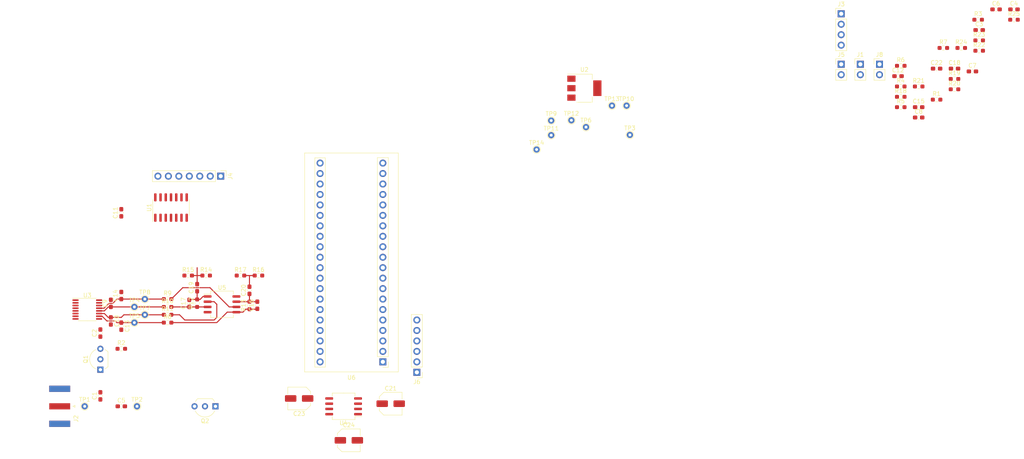
<source format=kicad_pcb>
(kicad_pcb (version 20211014) (generator pcbnew)

  (general
    (thickness 1.6)
  )

  (paper "A4")
  (layers
    (0 "F.Cu" signal)
    (31 "B.Cu" signal)
    (32 "B.Adhes" user "B.Adhesive")
    (33 "F.Adhes" user "F.Adhesive")
    (34 "B.Paste" user)
    (35 "F.Paste" user)
    (36 "B.SilkS" user "B.Silkscreen")
    (37 "F.SilkS" user "F.Silkscreen")
    (38 "B.Mask" user)
    (39 "F.Mask" user)
    (40 "Dwgs.User" user "User.Drawings")
    (41 "Cmts.User" user "User.Comments")
    (42 "Eco1.User" user "User.Eco1")
    (43 "Eco2.User" user "User.Eco2")
    (44 "Edge.Cuts" user)
    (45 "Margin" user)
    (46 "B.CrtYd" user "B.Courtyard")
    (47 "F.CrtYd" user "F.Courtyard")
    (48 "B.Fab" user)
    (49 "F.Fab" user)
    (50 "User.1" user)
    (51 "User.2" user)
    (52 "User.3" user)
    (53 "User.4" user)
    (54 "User.5" user)
    (55 "User.6" user)
    (56 "User.7" user)
    (57 "User.8" user)
    (58 "User.9" user)
  )

  (setup
    (pad_to_mask_clearance 0)
    (pcbplotparams
      (layerselection 0x00010fc_ffffffff)
      (disableapertmacros false)
      (usegerberextensions false)
      (usegerberattributes true)
      (usegerberadvancedattributes true)
      (creategerberjobfile true)
      (svguseinch false)
      (svgprecision 6)
      (excludeedgelayer true)
      (plotframeref false)
      (viasonmask false)
      (mode 1)
      (useauxorigin false)
      (hpglpennumber 1)
      (hpglpenspeed 20)
      (hpglpendiameter 15.000000)
      (dxfpolygonmode true)
      (dxfimperialunits true)
      (dxfusepcbnewfont true)
      (psnegative false)
      (psa4output false)
      (plotreference true)
      (plotvalue true)
      (plotinvisibletext false)
      (sketchpadsonfab false)
      (subtractmaskfromsilk false)
      (outputformat 1)
      (mirror false)
      (drillshape 1)
      (scaleselection 1)
      (outputdirectory "")
    )
  )

  (net 0 "")
  (net 1 "Net-(C1-Pad2)")
  (net 2 "Net-(Q1-Pad2)")
  (net 3 "Net-(C2-Pad1)")
  (net 4 "GND")
  (net 5 "Net-(Q2-Pad2)")
  (net 6 "Net-(L1-Pad2)")
  (net 7 "RF")
  (net 8 "Net-(C5-Pad2)")
  (net 9 "Net-(C9-Pad1)")
  (net 10 "Net-(C13-Pad1)")
  (net 11 "Net-(R7-Pad2)")
  (net 12 "Net-(C10-Pad1)")
  (net 13 "Net-(C14-Pad1)")
  (net 14 "ADC_Q")
  (net 15 "ADC_I")
  (net 16 "Net-(C21-Pad1)")
  (net 17 "A_OUT")
  (net 18 "ADC_MIC")
  (net 19 "Net-(J8-Pad1)")
  (net 20 "CLK0")
  (net 21 "Net-(U1-Pad2)")
  (net 22 "CLK1")
  (net 23 "Net-(U1-Pad4)")
  (net 24 "Net-(U1-Pad5)")
  (net 25 "Net-(U1-Pad11)")
  (net 26 "BIAS_PWM")
  (net 27 "+5V")
  (net 28 "+12V")
  (net 29 "unconnected-(U3-Pad3)")
  (net 30 "unconnected-(U3-Pad4)")
  (net 31 "unconnected-(U3-Pad5)")
  (net 32 "unconnected-(U3-Pad6)")
  (net 33 "unconnected-(U3-Pad7)")
  (net 34 "Net-(C2-Pad2)")
  (net 35 "Net-(C24-Pad2)")
  (net 36 "Net-(R20-Pad1)")
  (net 37 "Net-(C23-Pad1)")
  (net 38 "Net-(R22-Pad1)")
  (net 39 "Net-(C17-Pad2)")
  (net 40 "Net-(R11-Pad2)")
  (net 41 "Net-(C17-Pad1)")
  (net 42 "SDA_PLL")
  (net 43 "SCL_PLL")
  (net 44 "RX_EN")
  (net 45 "unconnected-(U6-Pad7)")
  (net 46 "unconnected-(U6-Pad11)")
  (net 47 "unconnected-(U6-Pad12)")
  (net 48 "SDA_DISP")
  (net 49 "SCL_DISP")
  (net 50 "unconnected-(U6-Pad21)")
  (net 51 "unconnected-(U6-Pad22)")
  (net 52 "unconnected-(U6-Pad30)")
  (net 53 "+3.3V")
  (net 54 "unconnected-(U6-Pad37)")
  (net 55 "Net-(J6-Pad3)")
  (net 56 "Net-(C16-Pad1)")
  (net 57 "Net-(R9-Pad2)")
  (net 58 "Net-(C16-Pad2)")
  (net 59 "Net-(C4-Pad1)")
  (net 60 "Net-(C11-Pad1)")
  (net 61 "Net-(C21-Pad2)")
  (net 62 "CLK2")
  (net 63 "Net-(J6-Pad2)")
  (net 64 "Net-(J6-Pad4)")
  (net 65 "Net-(J6-Pad5)")
  (net 66 "unconnected-(U6-Pad5)")
  (net 67 "unconnected-(U6-Pad6)")
  (net 68 "unconnected-(U6-Pad34)")
  (net 69 "unconnected-(U6-Pad33)")
  (net 70 "unconnected-(U6-Pad8)")
  (net 71 "unconnected-(U6-Pad32)")
  (net 72 "unconnected-(U6-Pad9)")
  (net 73 "unconnected-(U6-Pad10)")
  (net 74 "unconnected-(U6-Pad28)")
  (net 75 "unconnected-(U6-Pad27)")
  (net 76 "unconnected-(U6-Pad24)")
  (net 77 "unconnected-(U6-Pad17)")
  (net 78 "unconnected-(U6-Pad23)")

  (footprint "Capacitor_SMD:C_0603_1608Metric_Pad1.08x0.95mm_HandSolder" (layer "F.Cu") (at 63.5 115.57 90))

  (footprint "TestPoint:TestPoint_THTPad_D1.5mm_Drill0.7mm" (layer "F.Cu") (at 187.705 45.115))

  (footprint "TestPoint:TestPoint_THTPad_D1.5mm_Drill0.7mm" (layer "F.Cu") (at 172.955 52.285))

  (footprint "Resistor_SMD:R_0603_1608Metric_Pad0.98x0.95mm_HandSolder" (layer "F.Cu") (at 79.815 92.075))

  (footprint "Capacitor_SMD:C_0603_1608Metric_Pad1.08x0.95mm_HandSolder" (layer "F.Cu") (at 275.22 36.8))

  (footprint "Resistor_SMD:R_0603_1608Metric_Pad0.98x0.95mm_HandSolder" (layer "F.Cu") (at 86.995 93.0675 90))

  (footprint "Resistor_SMD:R_0603_1608Metric_Pad0.98x0.95mm_HandSolder" (layer "F.Cu") (at 101.8775 86.36))

  (footprint "Resistor_SMD:R_0603_1608Metric_Pad0.98x0.95mm_HandSolder" (layer "F.Cu") (at 257.82 42.97))

  (footprint "Connector_PinHeader_2.54mm:PinHeader_1x07_P2.54mm_Vertical" (layer "F.Cu") (at 92.71 62.23 -90))

  (footprint "Resistor_SMD:R_0603_1608Metric_Pad0.98x0.95mm_HandSolder" (layer "F.Cu") (at 68.58 104.14))

  (footprint "Package_SO:SO-8_5.3x6.2mm_P1.27mm" (layer "F.Cu") (at 93.0275 93.345))

  (footprint "Connector_Coaxial:SMA_Amphenol_132289_EdgeMount" (layer "F.Cu") (at 53.6225 118.11 180))

  (footprint "TestPoint:TestPoint_THTPad_D1.5mm_Drill0.7mm" (layer "F.Cu") (at 74.295 95.885))

  (footprint "Capacitor_SMD:C_0603_1608Metric_Pad1.08x0.95mm_HandSolder" (layer "F.Cu") (at 262.17 45.48))

  (footprint "TestPoint:TestPoint_THTPad_D1.5mm_Drill0.7mm" (layer "F.Cu") (at 59.69 118.11))

  (footprint "Capacitor_SMD:C_0603_1608Metric_Pad1.08x0.95mm_HandSolder" (layer "F.Cu") (at 68.58 91.2125 90))

  (footprint "Package_TO_SOT_THT:TO-92_Inline_Wide" (layer "F.Cu") (at 91.44 118.11 180))

  (footprint "Resistor_SMD:R_0603_1608Metric_Pad0.98x0.95mm_HandSolder" (layer "F.Cu") (at 257.82 45.48))

  (footprint "Capacitor_SMD:C_0603_1608Metric_Pad1.08x0.95mm_HandSolder" (layer "F.Cu") (at 276.86 26.76))

  (footprint "Package_TO_SOT_THT:TO-92_Inline_Wide" (layer "F.Cu") (at 63.5 109.22 90))

  (footprint "Resistor_SMD:R_0603_1608Metric_Pad0.98x0.95mm_HandSolder" (layer "F.Cu") (at 79.815 97.79))

  (footprint "TestPoint:TestPoint_THTPad_D1.5mm_Drill0.7mm" (layer "F.Cu") (at 74.295 92.075))

  (footprint "Connector_PinHeader_2.54mm:PinHeader_1x06_P2.54mm_Vertical" (layer "F.Cu") (at 140.335 109.855 180))

  (footprint "TestPoint:TestPoint_THTPad_D1.5mm_Drill0.7mm" (layer "F.Cu") (at 181.405 50.325))

  (footprint "TestPoint:TestPoint_THTPad_D1.5mm_Drill0.7mm" (layer "F.Cu") (at 169.405 55.765))

  (footprint "Resistor_SMD:R_0603_1608Metric_Pad0.98x0.95mm_HandSolder" (layer "F.Cu") (at 285.31 24.25))

  (footprint "Capacitor_SMD:C_0603_1608Metric_Pad1.08x0.95mm_HandSolder" (layer "F.Cu") (at 63.5 100.33 90))

  (footprint "Capacitor_SMD:C_0603_1608Metric_Pad1.08x0.95mm_HandSolder" (layer "F.Cu") (at 99.695 89.9425 90))

  (footprint "Resistor_SMD:R_0603_1608Metric_Pad0.98x0.95mm_HandSolder" (layer "F.Cu") (at 84.8125 86.36))

  (footprint "Resistor_SMD:R_0603_1608Metric_Pad0.98x0.95mm_HandSolder" (layer "F.Cu") (at 270.87 41.14))

  (footprint "TestPoint:TestPoint_THTPad_D1.5mm_Drill0.7mm" (layer "F.Cu") (at 72.39 118.11))

  (footprint "TestPoint:TestPoint_THTPad_D1.5mm_Drill0.7mm" (layer "F.Cu") (at 191.255 45.115))

  (footprint "Resistor_SMD:R_0603_1608Metric_Pad0.98x0.95mm_HandSolder" (layer "F.Cu") (at 79.815 93.98))

  (footprint "Capacitor_SMD:C_0603_1608Metric_Pad1.08x0.95mm_HandSolder" (layer "F.Cu") (at 266.52 36.12))

  (footprint "Resistor_SMD:R_0603_1608Metric_Pad0.98x0.95mm_HandSolder" (layer "F.Cu") (at 276.86 29.27))

  (footprint "Capacitor_SMD:C_0603_1608Metric_Pad1.08x0.95mm_HandSolder" (layer "F.Cu") (at 68.58 71.12 90))

  (footprint "Capacitor_SMD:C_0603_1608Metric_Pad1.08x0.95mm_HandSolder" (layer "F.Cu") (at 68.58 98.6525 -90))

  (footprint "TestPoint:TestPoint_THTPad_D1.5mm_Drill0.7mm" (layer "F.Cu") (at 172.955 48.735))

  (footprint "Package_SO:SO-8_5.3x6.2mm_P1.27mm" (layer "F.Cu") (at 122.555 118.11 180))

  (footprint "Package_SO:TSSOP-16_4.4x5mm_P0.65mm" (layer "F.Cu") (at 60.325 94.615))

  (footprint "Connector_PinHeader_2.54mm:PinHeader_1x02_P2.54mm_Vertical" (layer "F.Cu") (at 252.66 35.06))

  (footprint "Resistor_SMD:R_0603_1608Metric_Pad0.98x0.95mm_HandSolder" (layer "F.Cu") (at 97.5125 86.36))

  (footprint "Capacitor_SMD:C_0603_1608Metric_Pad1.08x0.95mm_HandSolder" (layer "F.Cu") (at 280.96 21.74))

  (footprint "Resistor_SMD:R_0603_1608Metric_Pad0.98x0.95mm_HandSolder" (layer "F.Cu") (at 262.17 40.46))

  (footprint "Capacitor_SMD:C_Elec_5x5.8" (layer "F.Cu") (at 133.985 117.475))

  (footprint "Resistor_SMD:R_0603_1608Metric_Pad0.98x0.95mm_HandSolder" (layer "F.Cu") (at 89.1775 86.36))

  (footprint "Package_TO_SOT_SMD:SOT-223-3_TabPin2" (layer "F.Cu") (at 181.005 40.875))

  (footprint "Resistor_SMD:R_0603_1608Metric_Pad0.98x0.95mm_HandSolder" (layer "F.Cu") (at 276.61 24.25))

  (footprint "TestPoint:TestPoint_THTPad_D1.5mm_Drill0.7mm" (layer "F.Cu") (at 192.055 52.215))

  (footprint "Resistor_SMD:R_0603_1608Metric_Pad0.98x0.95mm_HandSolder" (layer "F.Cu") (at 276.86 31.78))

  (footprint "Capacitor_SMD:C_0603_1608Metric_Pad1.08x0.95mm_HandSolder" (layer "F.Cu") (at 285.31 21.74))

  (footprint "Resistor_SMD:R_0603_1608Metric_Pad0.98x0.95mm_HandSolder" (layer "F.Cu") (at 268.16 31.1))

  (footprint "Resistor_SMD:R_0603_1608Metric_Pad0.98x0.95mm_HandSolder" (layer "F.Cu") (at 272.51 31.1))

  (footprint "Connector_PinHeader_2.54mm:PinHeader_1x02_P2.54mm_Vertical" (layer "F.Cu") (at 248.01 35.06))

  (footprint "Resistor_SMD:R_0603_1608Metric_Pad0.98x0.95mm_HandSolder" (layer "F.Cu") (at 270.87 38.63))

  (footprint "Connector_PinHeader_2.54mm:PinHeader_1x04_P2.54mm_Vertical" (layer "F.Cu") (at 243.36 22.81))

  (footprint "Resistor_SMD:R_0603_1608Metric_Pad0.98x0.95mm_HandSolder" (layer "F.Cu") (at 99.695 93.6225 90))

  (footprint "Capacitor_SMD:C_Elec_5x5.8" (layer "F.Cu") (at 111.76 116.205 180))

  (footprint "Resistor_SMD:R_0603_1608Metric_Pad0.98x0.95mm_HandSolder" (layer "F.Cu") (at 257.82 40.46))

  (footprint "Capacitor_SMD:C_0603_1608Metric_Pad1.08x0.95mm_HandSolder" (layer "F.Cu") (at 85.09 93.1175 90))

  (footprint "Capacitor_SMD:C_0603_1608Metric_Pad1.08x0.95mm_HandSolder" (layer "F.Cu") (at 257.16 37.95))

  (footprint "misc:YAAJ_BluePill_2" (layer "F.Cu")
    (tedit 5F81AE11) (tstamp ca3e6fa0-782b-4215-8bd1-03fbae335130)
    (at 132.08 107.315 180)
    (descr "Through hole headers for BluePill module. No SWD breakout. Fancy silkscreen.")
    (tags "module BlluePill Blue Pill header SWD breakout")
    (property "Sheetfile" "File: opensdx.kicad_sch")
    (property "Sheetname" "")
    (path "/7adaa88d-df55-4493-b328-098067816dd2")
    (attr through_hole)
    (fp_text reference "U6" (at 7.62 -3.81) (layer "F.SilkS")
      (effects (font (size 1 1) (thickness 0.15)))
      (tstamp bd914e52-ac64-4c50-b8e8-fe5656988404)
    )
    (fp_text value "YAAJ_BluePill" (at 20.32 24.765 90) (layer "F.Fab") hide
      (effects (font (size 1 1) (thickness 0.15)))
      (tstamp 00877895-49a6-4425-bd58-61d8b2b0408d)
    )
    (fp_text user "Y@@J" (at 2.921 -1.016 270 unlocked) (layer "Dwgs.User")
      (effects (font (size 0.5 0.5) (thickness 0.1)))
      (tstamp e1643047-e41b-4ec9-9e08-e38cbf1479f7)
    )
    (fp_text user "REF**" (at 7.62 24.13 90) (layer "F.Fab")
      (effects (font (size 1 1) (thickness 0.15)))
      (tstamp 3c66d7c2-76af-40ce-bc7a-70e877f333c8)
    )
    (fp_line (start 1.33 1.27) (end 1.33 49.59) (layer "F.SilkS") (width 0.12) (tstamp 03c3da2f-f65f-4780-812c-5983ca602ca5))
    (fp_line (start -1.33 1.27) (end 1.33 1.27) (layer "F.SilkS") (width 0.12) (tstamp 1426d9a7-934b-4f20-9312-45b265655e3b))
    (fp_line (start 13.97 -1.27) (end 16.51 -1.27) (layer "F.SilkS") (width 0.12) (tstamp 3bc4614d-b75a-414e-af2e-f1d8dc0f222a))
    (fp_line (start -1.33 -1.33) (end 0 -1.33) (layer "F.SilkS") (width 0.12) (tstamp 90d109e6-1740-4f81-b488-8fb00e3c10bb))
    (fp_line (start 18.995 -2.445) (end 18.995 50.705) (layer "F.SilkS") (width 0.12) (tstamp 90e96106-f273-48ac-8701-a161e6705533))
    (fp_line (start 16.51 49.53) (end 13.97 49.53) (layer "F.SilkS") (width 0.12) (tstamp 9498ec38-005a-4bc5-8a6e-9e0e96a75bbe))
    (fp_line (start -1.33 49.59) (end -1.33 1.27) (layer "F.SilkS") (width 0.12) (tstamp b2913903-3dd7-4c23-9981-caab898a96fe))
    (fp_line (start 13.97 49.53) (end 13.97 -1.27) (layer "F.SilkS") (width 0.12) (tstamp b2ce6c30-87ea-4de9-b724-185af3145b4f))
    (fp_line (start 18.995 50.705) (end -3.755 50.705) (layer "F.SilkS") (width 0.12) (tstamp c83a98c7-0b14-4e21-aa27-29116161f872))
    (fp_line (start -3.755 50.705) (end -3.755 -2.445) (layer "F.SilkS") (width 0.12) (tstamp cef9930b-c0f8-4578-958d-3a0ef78b9be2))
    (fp_line (start 1.33 49.59) (end -1.33 49.59) (layer "F.SilkS") (width 0.12) (tstamp e459f3fe-cc60-4258-96b2-92a64cc2d73f))
    (fp_line (start -3.755 -2.445) (end 18.995 -2.445) (layer "F.SilkS") (width 0.12) (tstamp ea69a46c-f9db-4474-b1aa-990057c16f7b))
    (fp_line (start -1.33 0) (end -1.33 -1.33) (layer "F.SilkS") (width 0.12) (tstamp eb960089-2bd8-4bae-b911-d9a752ee4245))
    (fp_line (start 16.51 -1.27) (end 16.51 49.53) (layer "F.SilkS") (width 0.12) (tstamp f464eba5-c393-4b98-91a0-771e47d8dff6))
    (fp_line (start 17.04 50.06) (end 13.44 50.06) (layer "F.CrtYd") (width 0.05) (tstamp 025272cf-fb4a-4886-a5f8-510ca87fe8a7))
    (fp_line (start -3.93 -2.62) (end 19.17 -2.62) (layer "F.CrtYd") (width 0.05) (tstamp 049ba09e-900d-4b06-bc43-08ca032ad5eb))
    (fp_line (start 13.44 -1.8) (end 13.44 45.72) (layer "F.CrtYd") (width 0.05) (tstamp 2b0c6f2f-134d-44c0-a0a9-08568ec8c51f))
    (fp_line (start -3.93 50.88) (end -3.93 -2.62) (layer "F.CrtYd") (width 0.05) (tstamp 36c8134e-19b8-4bec-b799-554b3e3aff9f))
    (fp_line (start 13.44 -1.8) (end 17.04 -1.8) (layer "F.CrtYd") (width 0.05) (tstamp 49010942-4c47-4a78-837b-8199ebb9b2b8))
    (fp_line (start 17.04 -1.8) (end 17.04 50.06) (layer "F.CrtYd") (width 0.05) (tstamp 5d39283e-3f66-49d9-8ab7-2fc8508ecf6c))
    (fp_line (start 1.8 45.72) (end 1.8 50.06) (layer "F.CrtYd") (width 0.05) (tstamp 5f3b2e73-8a64-42a1-a508-b7994b7ca2e9))
    (fp_line (start 1.8 -1.8) (end -1.8 -1.8) (layer "F.CrtYd") (width 0.05) (tstamp 661c1c9d-f3aa-475c-96b6-4af84256ec46))
    (fp_line (start 19.17 -2.62) (end 19.17 50.88) (layer "F.CrtYd") (width 0.05) (tstamp 6efd1061-063e-49f4-825e-3eb4fd0a0828))
    (fp_line (start -1.8 -1.8) (end -1.8 50.06) (layer "F.CrtYd") (width 0.05) (tstamp 79643167-c2fa-4785-8203-d86754569cee))
    (fp_line (start -1.8 50.06) (end 1.8 50.06) (layer "F.CrtYd") (width 0.05) (tstamp 8ac70570-98ce-4dc5-9907-812f18964cca))
    (fp_line (start 1.8 -1.8) (end 1.8 45.72) (layer "F.CrtYd") (width 0.05) (tstamp 94e15bcc-abe3-44bd-9702-983304d05067))
    (fp_line (start 19.17 50.88) (end -3.93 50.88) (layer "F.CrtYd") (width 0.05) (tstamp ac614fdc-8377-4414-b7f1-79ef33ad4bee))
    (fp_line (start 13.44 45.72) (end 13.44 50.06) (layer "F.CrtYd") (width 0.05) (tstamp fbfa9879-c417-40fe-ba9f-52a676c073c0))
    (fp_line (start 18.92 -2.37) (end 18.92 50.63) (layer "F.Fab") (width 0.12) (tstamp 087c5375-4143-4d8c-8725-6f75c356fa27))
    (fp_line (start 1.27 49.53) (end -1.27 49.53) (layer "F.Fab") (width 0.1) (tstamp 164335ed-0d95-45ce-9f60-6db293b67b1f))
    (fp_line (start -3.68 50.63) (end -3.68 -2.32) (layer "F.Fab") (width 0.12) (tstamp 3492c177-dd65-4dda-a611-c77c30c48b04))
    (fp_line (start 16.51 49.53) (end 13.97 49.53) (layer "F.Fab") (width 0.1) (tstamp 4b0afc34-525c-4fea-9ac3-0df5d3d28d00))
    (fp_line (start 13.97 -1.27) (end 16.51 -1.27) (layer "F.Fab") (width 0.1) (tstamp 5d44a06a-8cab-4848-9102-bf39ce7b7fa0))
    (fp_line (start 13.97 49.53) (end 13.97 -1.27) (layer "F.Fab") (width 0.1) (tstamp 6a366248-4e77-401c-bb75-842ff47d5dc1))
    (fp_line (start 11.52 3.48) (end 11.52 -2.32) (layer "F.Fab") (width 0.1) (tstamp 6c08332b-c463-4e52-975b-6cdfbf9b814c))
    (fp_line (start -1.27 49.53) (end -1.27 -0.635) (layer "F.Fab") (width 0.1) (tstamp 859cc295-a399-43ab-bdcc-31666f2a4c02))
    (fp_line (start 1.27 -1.27) (end 1.27 49.53) (layer "F.Fab") (width 0.1) (tstamp 94306e2c-903d-44a3-8dbe-8a9240bab91f))
    (fp_line (start -3.68 50.63) (end 18.92 50.63) (layer "F.Fab") (width 0.12) (tstamp a6f091ff-7b7c-47a1-a3e7-ea267f08a28d))
    (fp_line (start 3.72 3.48) (end 11.52 3.48) (layer "F.Fab") (width 0.1) (tstamp acf19aa5-d035-4926-9b0d-05920f0e843f))
    (fp_line (start -0.635 -1.27) (end 1.27 -1.27) (layer "F.Fab") (width 0.1) (tstamp bcc78cf0-77fe-47fb-a9d3-9ea7d939a05d))
    (fp_line (start 3.72 3.48) (end 3.72 -2.32) (layer "F.Fab") (width 0.1) (tstamp c2493a59-5bec-45a2-9b20-c78870cdf5f3))
    (fp_line (start -1.27 -0.635) (end -0.635 -1.27) (layer "F.Fab") (width 0.1) (tstamp c47261b0-1e00-4d32-9a31-4190fc72fdc6))
    (fp_line (start 16.51 -1.27) (end 16.51 49.53) (layer "F.Fab") (width 0.1) (tstamp cafbf90d-ed41-4ba1-8fb5-8f6cddb723d3))
    (fp_line (start -3.68 -2.37) (end 18.92 -2.37) (layer "F.Fab") (width 0.12) (tstamp f77010ab-2152-49bf-9e35-ce14b436953b))
    (pad "1" thru_hole rect locked (at 0 0 180) (size 1.7 1.7) (drill 1) (layers *.Cu *.Mask)
      (net 63 "Net-(J6-Pad2)") (pinfunction "PB12") (pintype "bidirectional") (tstamp 7480f15c-c2c5-49e4-8212-777a90c6c504))
    (pad "2" thru_hole circle locked (at 0 2.54 180) (size 1.7 1.7) (drill 1) (layers *.Cu *.Mask)
      (net 55 "Net-(J6-Pad3)") (pinfunction "PB13") (pintype "bidirectional") (tstamp e7109592-367a-479a-9fa0-0b11c3379839))
    (pad "3" thru_hole circle locked (at 0 5.08 180) (size 1.7 1.7) (drill 1) (layers *.Cu *.Mask)
      (net 64 "Net-(J6-Pad4)") (pinfunction "PB14") (pintype "bidirectional") (tstamp 0cf9adf1-52ab-4ab3-9f29-7cf856891bf9))
    (pad "4" thru_hole circle locked (at 0 7.62 180) (size 1.7 1.7) (drill 1) (layers *.Cu *.Mask)
      (net 65 "Net-(J6-Pad5)") (pinfunction "PB15") (pintype "bidirectional") (tstamp 299eeef0-7d56-4635-b020-01ded05170dd))
    (pad "5" thru_hole circle locked (at 0 10.16 180) (size 1.7 1.7) (drill 1) (layers *.Cu *.Mask)
      (net 66 "unconnected-(U6-Pad5)") (pinfunction "PA8") (pintype "bidirectional") (tstamp 5d985f00-0a29-4042-823a-6e7651ff27c5))
    (pad "6" thru_hole circle locked (at 0 12.7 180) (size 1.7 1.7) (drill 1) (layers *.Cu *.Mask)
      (net 67 "unconnected-(U6-Pad6)") (pinfunction "PA9") (pintype "bidirectional") (tstamp 6e1a1e20-b466-4cfc-b747-531b3a7b4804))
    (pad "7" thru_hole circle locked (at 0 15.24 180) (size 1.7 1.7) (drill 1) (layers *.Cu *.Mask)
      (net 45 
... [66499 chars truncated]
</source>
